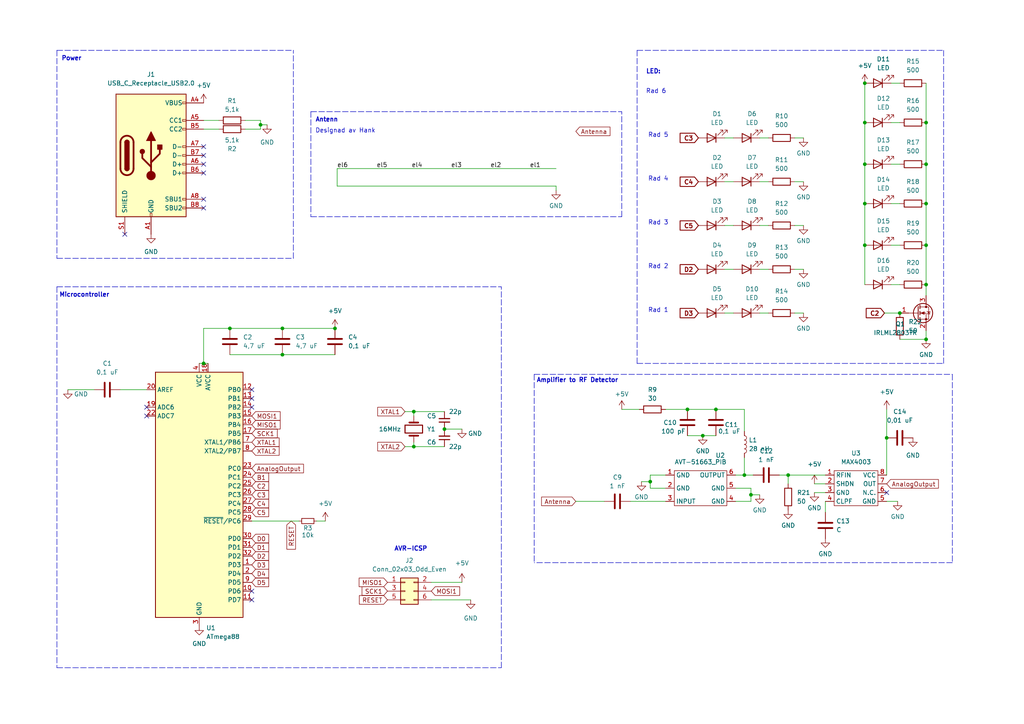
<source format=kicad_sch>
(kicad_sch (version 20211123) (generator eeschema)
  (paper "A4")
  (title_block (title "ETA Julkort 2022") (date "2022-11-18") (company "PIndustries"))
  (lib_symbols
    (symbol "Connector:USB_C_Receptacle_USB2.0" (pin_names (offset 1.016))
      (property "Reference" "J" (at -10.16 19.05 0))
      (property "Value" "USB_C_Receptacle_USB2.0" (at 19.05 19.05 0))
      (symbol "USB_C_Receptacle_USB2.0_0_0"
        (rectangle (start -0.254 -17.78) (end 0.254 -16.764))
        (rectangle (start 10.16 -14.986) (end 9.144 -15.494))
        (rectangle (start 10.16 -12.446) (end 9.144 -12.954))
        (rectangle (start 10.16 -4.826) (end 9.144 -5.334))
        (rectangle (start 10.16 -2.286) (end 9.144 -2.794))
        (rectangle (start 10.16 0.254) (end 9.144 -0.254))
        (rectangle (start 10.16 2.794) (end 9.144 2.286))
        (rectangle (start 10.16 7.874) (end 9.144 7.366))
        (rectangle (start 10.16 10.414) (end 9.144 9.906))
        (rectangle (start 10.16 15.494) (end 9.144 14.986))
      )
      (symbol "USB_C_Receptacle_USB2.0_0_1"
        (rectangle (start -10.16 17.78) (end 10.16 -17.78) (stroke (width 0.254)) (fill (type background)))
        (arc (start -8.89 -3.81) (mid -6.985 -5.715) (end -5.08 -3.81) (stroke (width 0.508)))
        (arc (start -7.62 -3.81) (mid -6.985 -4.445) (end -6.35 -3.81) (stroke (width 0.254)))
        (arc (start -7.62 -3.81) (mid -6.985 -4.445) (end -6.35 -3.81) (stroke (width 0.254)) (fill (type outline)))
        (rectangle (start -7.62 -3.81) (end -6.35 3.81) (stroke (width 0.254)) (fill (type outline)))
        (arc (start -6.35 3.81) (mid -6.985 4.445) (end -7.62 3.81) (stroke (width 0.254)))
        (arc (start -6.35 3.81) (mid -6.985 4.445) (end -7.62 3.81) (stroke (width 0.254)) (fill (type outline)))
        (arc (start -5.08 3.81) (mid -6.985 5.715) (end -8.89 3.81) (stroke (width 0.508)))
        (circle (center -2.54 1.143) (radius 0.635) (stroke (width 0.254)) (fill (type outline)))
        (circle (center 0 -5.842) (radius 1.27) (fill (type outline)))
        (polyline (pts (xy -8.89 -3.81) (xy -8.89 3.81)) (stroke (width 0.508)))
        (polyline (pts (xy -5.08 3.81) (xy -5.08 -3.81)) (stroke (width 0.508)))
        (polyline (pts (xy 0 -5.842) (xy 0 4.318)) (stroke (width 0.508)))
        (polyline (pts (xy 0 -3.302) (xy -2.54 -0.762) (xy -2.54 0.508)) (stroke (width 0.508)))
        (polyline (pts (xy 0 -2.032) (xy 2.54 0.508) (xy 2.54 1.778)) (stroke (width 0.508)))
        (polyline (pts (xy -1.27 4.318) (xy 0 6.858) (xy 1.27 4.318) (xy -1.27 4.318)) (stroke (width 0.254)) (fill (type outline)))
        (rectangle (start 1.905 1.778) (end 3.175 3.048) (stroke (width 0.254)) (fill (type outline)))
      )
      (symbol "USB_C_Receptacle_USB2.0_1_1"
        (pin passive line (at 0 -22.86 90) (length 5.08) (name "GND") (number "A1"))
        (pin passive line (at 0 -22.86 90) (length 5.08) hide (name "GND") (number "A12"))
        (pin passive line (at 15.24 15.24 180) (length 5.08) (name "VBUS") (number "A4"))
        (pin bidirectional line (at 15.24 10.16 180) (length 5.08) (name "CC1") (number "A5"))
        (pin bidirectional line (at 15.24 -2.54 180) (length 5.08) (name "D+") (number "A6"))
        (pin bidirectional line (at 15.24 2.54 180) (length 5.08) (name "D-") (number "A7"))
        (pin bidirectional line (at 15.24 -12.7 180) (length 5.08) (name "SBU1") (number "A8"))
        (pin passive line (at 15.24 15.24 180) (length 5.08) hide (name "VBUS") (number "A9"))
        (pin passive line (at 0 -22.86 90) (length 5.08) hide (name "GND") (number "B1"))
        (pin passive line (at 0 -22.86 90) (length 5.08) hide (name "GND") (number "B12"))
        (pin passive line (at 15.24 15.24 180) (length 5.08) hide (name "VBUS") (number "B4"))
        (pin bidirectional line (at 15.24 7.62 180) (length 5.08) (name "CC2") (number "B5"))
        (pin bidirectional line (at 15.24 -5.08 180) (length 5.08) (name "D+") (number "B6"))
        (pin bidirectional line (at 15.24 0 180) (length 5.08) (name "D-") (number "B7"))
        (pin bidirectional line (at 15.24 -15.24 180) (length 5.08) (name "SBU2") (number "B8"))
        (pin passive line (at 15.24 15.24 180) (length 5.08) hide (name "VBUS") (number "B9"))
        (pin passive line (at -7.62 -22.86 90) (length 5.08) (name "SHIELD") (number "S1"))
      )
    )
    (symbol "Connector_Generic:Conn_02x03_Odd_Even" (pin_names (offset 1.016) hide)
      (property "Reference" "J" (at 1.27 5.08 0))
      (property "Value" "Conn_02x03_Odd_Even" (at 1.27 -5.08 0))
      (symbol "Conn_02x03_Odd_Even_1_1"
        (rectangle (start -1.27 -2.413) (end 0 -2.667) (stroke (width 0.1524)))
        (rectangle (start -1.27 0.127) (end 0 -0.127) (stroke (width 0.1524)))
        (rectangle (start -1.27 2.667) (end 0 2.413) (stroke (width 0.1524)))
        (rectangle (start -1.27 3.81) (end 3.81 -3.81) (stroke (width 0.254)) (fill (type background)))
        (rectangle (start 3.81 -2.413) (end 2.54 -2.667) (stroke (width 0.1524)))
        (rectangle (start 3.81 0.127) (end 2.54 -0.127) (stroke (width 0.1524)))
        (rectangle (start 3.81 2.667) (end 2.54 2.413) (stroke (width 0.1524)))
        (pin passive line (at -5.08 2.54 0) (length 3.81) (name "Pin_1") (number "1"))
        (pin passive line (at 7.62 2.54 180) (length 3.81) (name "Pin_2") (number "2"))
        (pin passive line (at -5.08 0 0) (length 3.81) (name "Pin_3") (number "3"))
        (pin passive line (at 7.62 0 180) (length 3.81) (name "Pin_4") (number "4"))
        (pin passive line (at -5.08 -2.54 0) (length 3.81) (name "Pin_5") (number "5"))
        (pin passive line (at 7.62 -2.54 180) (length 3.81) (name "Pin_6") (number "6"))
      )
    )
    (symbol "Device:C" (pin_numbers hide) (pin_names (offset 0.254))
      (property "Reference" "C" (at 0.635 2.54 0))
      (property "Value" "C" (at 0.635 -2.54 0))
      (symbol "C_0_1"
        (polyline (pts (xy -2.032 -0.762) (xy 2.032 -0.762)) (stroke (width 0.508)))
        (polyline (pts (xy -2.032 0.762) (xy 2.032 0.762)) (stroke (width 0.508)))
      )
      (symbol "C_1_1"
        (pin passive line (at 0 3.81 270) (length 2.794) (name "~") (number "1"))
        (pin passive line (at 0 -3.81 90) (length 2.794) (name "~") (number "2"))
      )
    )
    (symbol "Device:C_Small" (pin_numbers hide) (pin_names (offset 0.254) hide)
      (property "Reference" "C" (at 0.254 1.778 0))
      (property "Value" "C_Small" (at 0.254 -2.032 0))
      (symbol "C_Small_0_1"
        (polyline (pts (xy -1.524 -0.508) (xy 1.524 -0.508)) (stroke (width 0.3302)))
        (polyline (pts (xy -1.524 0.508) (xy 1.524 0.508)) (stroke (width 0.3048)))
      )
      (symbol "C_Small_1_1"
        (pin passive line (at 0 2.54 270) (length 2.032) (name "~") (number "1"))
        (pin passive line (at 0 -2.54 90) (length 2.032) (name "~") (number "2"))
      )
    )
    (symbol "Device:Crystal" (pin_numbers hide) (pin_names (offset 1.016) hide)
      (property "Reference" "Y" (at 0 3.81 0))
      (property "Value" "Crystal" (at 0 -3.81 0))
      (symbol "Crystal_0_1"
        (rectangle (start -1.143 2.54) (end 1.143 -2.54) (stroke (width 0.3048)))
        (polyline (pts (xy -2.54 0) (xy -1.905 0)))
        (polyline (pts (xy -1.905 -1.27) (xy -1.905 1.27)) (stroke (width 0.508)))
        (polyline (pts (xy 1.905 -1.27) (xy 1.905 1.27)) (stroke (width 0.508)))
        (polyline (pts (xy 2.54 0) (xy 1.905 0)))
      )
      (symbol "Crystal_1_1"
        (pin passive line (at -3.81 0 0) (length 1.27) (name "1") (number "1"))
        (pin passive line (at 3.81 0 180) (length 1.27) (name "2") (number "2"))
      )
    )
    (symbol "Device:L" (pin_numbers hide) (pin_names (offset 1.016) hide)
      (property "Reference" "L" (at -1.27 0 90))
      (property "Value" "L" (at 1.905 0 90))
      (symbol "L_0_1"
        (arc (start 0 -2.54) (mid 0.635 -1.905) (end 0 -1.27))
        (arc (start 0 -1.27) (mid 0.635 -0.635) (end 0 0))
        (arc (start 0 0) (mid 0.635 0.635) (end 0 1.27))
        (arc (start 0 1.27) (mid 0.635 1.905) (end 0 2.54))
      )
      (symbol "L_1_1"
        (pin passive line (at 0 3.81 270) (length 1.27) (name "1") (number "1"))
        (pin passive line (at 0 -3.81 90) (length 1.27) (name "2") (number "2"))
      )
    )
    (symbol "Device:LED" (pin_numbers hide) (pin_names (offset 1.016) hide)
      (property "Reference" "D" (at 0 2.54 0))
      (property "Value" "LED" (at 0 -2.54 0))
      (symbol "LED_0_1"
        (polyline (pts (xy -1.27 -1.27) (xy -1.27 1.27)) (stroke (width 0.254)))
        (polyline (pts (xy -1.27 0) (xy 1.27 0)))
        (polyline (pts (xy 1.27 -1.27) (xy 1.27 1.27) (xy -1.27 0) (xy 1.27 -1.27)) (stroke (width 0.254)))
        (polyline (pts (xy -3.048 -0.762) (xy -4.572 -2.286) (xy -3.81 -2.286) (xy -4.572 -2.286) (xy -4.572 -1.524)))
        (polyline (pts (xy -1.778 -0.762) (xy -3.302 -2.286) (xy -2.54 -2.286) (xy -3.302 -2.286) (xy -3.302 -1.524)))
      )
      (symbol "LED_1_1"
        (pin passive line (at -3.81 0 0) (length 2.54) (name "K") (number "1"))
        (pin passive line (at 3.81 0 180) (length 2.54) (name "A") (number "2"))
      )
    )
    (symbol "Device:R" (pin_numbers hide) (pin_names (offset 0))
      (property "Reference" "R" (at 2.032 0 90))
      (property "Value" "R" (at 0 0 90))
      (symbol "R_0_1"
        (rectangle (start -1.016 -2.54) (end 1.016 2.54) (stroke (width 0.254)))
      )
      (symbol "R_1_1"
        (pin passive line (at 0 3.81 270) (length 1.27) (name "~") (number "1"))
        (pin passive line (at 0 -3.81 90) (length 1.27) (name "~") (number "2"))
      )
    )
    (symbol "Device:R_Small" (pin_numbers hide) (pin_names (offset 0.254) hide)
      (property "Reference" "R" (at 0.762 0.508 0))
      (property "Value" "R_Small" (at 0.762 -1.016 0))
      (symbol "R_Small_0_1"
        (rectangle (start -0.762 1.778) (end 0.762 -1.778) (stroke (width 0.2032)))
      )
      (symbol "R_Small_1_1"
        (pin passive line (at 0 2.54 270) (length 0.762) (name "~") (number "1"))
        (pin passive line (at 0 -2.54 90) (length 0.762) (name "~") (number "2"))
      )
    )
    (symbol "MCU_Microchip_ATmega:ATmega88-20A"
      (property "Reference" "U" (at -12.7 36.83 0))
      (property "Value" "ATmega88-20A" (at 2.54 -36.83 0))
      (symbol "ATmega88-20A_0_1"
        (rectangle (start -12.7 -35.56) (end 12.7 35.56) (stroke (width 0.254)) (fill (type background)))
      )
      (symbol "ATmega88-20A_1_1"
        (pin bidirectional line (at 15.24 -20.32 180) (length 2.54) (name "PD3") (number "1"))
        (pin bidirectional line (at 15.24 -27.94 180) (length 2.54) (name "PD6") (number "10"))
        (pin bidirectional line (at 15.24 -30.48 180) (length 2.54) (name "PD7") (number "11"))
        (pin bidirectional line (at 15.24 30.48 180) (length 2.54) (name "PB0") (number "12"))
        (pin bidirectional line (at 15.24 27.94 180) (length 2.54) (name "PB1") (number "13"))
        (pin bidirectional line (at 15.24 25.4 180) (length 2.54) (name "PB2") (number "14"))
        (pin bidirectional line (at 15.24 22.86 180) (length 2.54) (name "PB3") (number "15"))
        (pin bidirectional line (at 15.24 20.32 180) (length 2.54) (name "PB4") (number "16"))
        (pin bidirectional line (at 15.24 17.78 180) (length 2.54) (name "PB5") (number "17"))
        (pin power_in line (at 2.54 38.1 270) (length 2.54) (name "AVCC") (number "18"))
        (pin input line (at -15.24 25.4 0) (length 2.54) (name "ADC6") (number "19"))
        (pin bidirectional line (at 15.24 -22.86 180) (length 2.54) (name "PD4") (number "2"))
        (pin passive line (at -15.24 30.48 0) (length 2.54) (name "AREF") (number "20"))
        (pin passive line (at 0 -38.1 90) (length 2.54) hide (name "GND") (number "21"))
        (pin input line (at -15.24 22.86 0) (length 2.54) (name "ADC7") (number "22"))
        (pin bidirectional line (at 15.24 7.62 180) (length 2.54) (name "PC0") (number "23"))
        (pin bidirectional line (at 15.24 5.08 180) (length 2.54) (name "PC1") (number "24"))
        (pin bidirectional line (at 15.24 2.54 180) (length 2.54) (name "PC2") (number "25"))
        (pin bidirectional line (at 15.24 0 180) (length 2.54) (name "PC3") (number "26"))
        (pin bidirectional line (at 15.24 -2.54 180) (length 2.54) (name "PC4") (number "27"))
        (pin bidirectional line (at 15.24 -5.08 180) (length 2.54) (name "PC5") (number "28"))
        (pin bidirectional line (at 15.24 -7.62 180) (length 2.54) (name "~{RESET}/PC6") (number "29"))
        (pin power_in line (at 0 -38.1 90) (length 2.54) (name "GND") (number "3"))
        (pin bidirectional line (at 15.24 -12.7 180) (length 2.54) (name "PD0") (number "30"))
        (pin bidirectional line (at 15.24 -15.24 180) (length 2.54) (name "PD1") (number "31"))
        (pin bidirectional line (at 15.24 -17.78 180) (length 2.54) (name "PD2") (number "32"))
        (pin power_in line (at 0 38.1 270) (length 2.54) (name "VCC") (number "4"))
        (pin passive line (at 0 -38.1 90) (length 2.54) hide (name "GND") (number "5"))
        (pin passive line (at 0 38.1 270) (length 2.54) hide (name "VCC") (number "6"))
        (pin bidirectional line (at 15.24 15.24 180) (length 2.54) (name "XTAL1/PB6") (number "7"))
        (pin bidirectional line (at 15.24 12.7 180) (length 2.54) (name "XTAL2/PB7") (number "8"))
        (pin bidirectional line (at 15.24 -25.4 180) (length 2.54) (name "PD5") (number "9"))
      )
    )
    (symbol "PI_Library:AVT-51663_PIB"
      (property "Reference" "U" (at 0 0 0))
      (property "Value" "AVT-51663_PIB" (at 0 2.54 0))
      (symbol "AVT-51663_PIB_0_1"
        (rectangle (start -7.62 15.24) (end 7.62 5.08))
      )
      (symbol "AVT-51663_PIB_1_1"
        (pin input line (at -10.16 13.97 0) (length 2.54) (name "GND") (number "1"))
        (pin input line (at -10.16 10.16 0) (length 2.54) (name "GND") (number "2"))
        (pin input line (at -10.16 6.35 0) (length 2.54) (name "INPUT") (number "3"))
        (pin input line (at 10.16 6.35 180) (length 2.54) (name "GND") (number "4"))
        (pin input line (at 10.16 10.16 180) (length 2.54) (name "GND") (number "5"))
        (pin input line (at 10.16 13.97 180) (length 2.54) (name "OUTPUT") (number "6"))
      )
    )
    (symbol "PI_Library:MAX4003"
      (property "Reference" "U" (at 0 0 0))
      (property "Value" "MAX4003" (at 0 2.54 0))
      (symbol "MAX4003_0_1"
        (rectangle (start -6.35 15.24) (end 6.35 5.08))
      )
      (symbol "MAX4003_1_1"
        (pin input line (at -8.89 13.97 0) (length 2.54) (name "RFIN") (number "1"))
        (pin input line (at -8.89 11.43 0) (length 2.54) (name "SHDN") (number "2"))
        (pin input line (at -8.89 8.89 0) (length 2.54) (name "GND") (number "3"))
        (pin input line (at -8.89 6.35 0) (length 2.54) (name "CLPF") (number "4"))
        (pin input line (at 8.89 6.35 180) (length 2.54) (name "GND") (number "5"))
        (pin input line (at 8.89 8.89 180) (length 2.54) (name "N.C.") (number "6"))
        (pin output line (at 8.89 11.43 180) (length 2.54) (name "OUT") (number "7"))
        (pin power_in line (at 8.89 13.97 180) (length 2.54) (name "VCC") (number "8"))
      )
    )
    (symbol "Transistor_FET:IRLML2060" (pin_names hide)
      (property "Reference" "Q" (at 5.08 1.905 0))
      (property "Value" "IRLML2060" (at 5.08 0 0))
      (symbol "IRLML2060_0_1"
        (polyline (pts (xy 0.254 0) (xy -2.54 0)))
        (polyline (pts (xy 0.254 1.905) (xy 0.254 -1.905)) (stroke (width 0.254)))
        (polyline (pts (xy 0.762 -1.27) (xy 0.762 -2.286)) (stroke (width 0.254)))
        (polyline (pts (xy 0.762 0.508) (xy 0.762 -0.508)) (stroke (width 0.254)))
        (polyline (pts (xy 0.762 2.286) (xy 0.762 1.27)) (stroke (width 0.254)))
        (polyline (pts (xy 2.54 2.54) (xy 2.54 1.778)))
        (polyline (pts (xy 2.54 -2.54) (xy 2.54 0) (xy 0.762 0)))
        (polyline (pts (xy 0.762 -1.778) (xy 3.302 -1.778) (xy 3.302 1.778) (xy 0.762 1.778)))
        (polyline (pts (xy 1.016 0) (xy 2.032 0.381) (xy 2.032 -0.381) (xy 1.016 0)) (fill (type outline)))
        (polyline (pts (xy 2.794 0.508) (xy 2.921 0.381) (xy 3.683 0.381) (xy 3.81 0.254)))
        (polyline (pts (xy 3.302 0.381) (xy 2.921 -0.254) (xy 3.683 -0.254) (xy 3.302 0.381)))
        (circle (center 1.651 0) (radius 2.794) (stroke (width 0.254)))
        (circle (center 2.54 -1.778) (radius 0.254) (fill (type outline)))
        (circle (center 2.54 1.778) (radius 0.254) (fill (type outline)))
      )
      (symbol "IRLML2060_1_1"
        (pin input line (at -5.08 0 0) (length 2.54) (name "G") (number "1"))
        (pin passive line (at 2.54 -5.08 90) (length 2.54) (name "S") (number "2"))
        (pin passive line (at 2.54 5.08 270) (length 2.54) (name "D") (number "3"))
      )
    )
    (symbol "power:+5V" (power) (pin_names (offset 0))
      (property "Value" "+5V" (at 0 3.556 0))
      (symbol "+5V_0_1"
        (polyline (pts (xy -0.762 1.27) (xy 0 2.54)))
        (polyline (pts (xy 0 0) (xy 0 2.54)))
        (polyline (pts (xy 0 2.54) (xy 0.762 1.27)))
      )
      (symbol "+5V_1_1"
        (pin power_in line (at 0 0 90) (length 0) hide (name "+5V") (number "1"))
      )
    )
    (symbol "power:GND" (power) (pin_names (offset 0))
      (property "Value" "GND" (at 0 -3.81 0))
      (symbol "GND_0_1"
        (polyline (pts (xy 0 0) (xy 0 -1.27) (xy 1.27 -1.27) (xy 0 -2.54) (xy -1.27 -1.27) (xy 0 -1.27)))
      )
      (symbol "GND_1_1"
        (pin power_in line (at 0 0 270) (length 0) hide (name "GND") (number "1"))
      )
    )
  )
  (junction (at 188.595 139.7))
  (junction (at 203.835 126.365))
  (junction (at 66.675 95.25))
  (junction (at 217.805 143.51))
  (junction (at 215.9 137.795))
  (junction (at 268.605 47.625))
  (junction (at 75.565 36.195))
  (junction (at 81.915 102.87))
  (junction (at 228.6 137.795))
  (junction (at 128.905 124.46))
  (junction (at 97.155 95.25))
  (junction (at 268.605 35.56))
  (junction (at 268.605 59.055))
  (junction (at 120.015 129.54))
  (junction (at 59.055 105.41))
  (junction (at 207.645 118.745))
  (junction (at 268.605 71.12))
  (junction (at 81.915 95.25))
  (junction (at 250.825 24.13))
  (junction (at 257.175 127))
  (junction (at 199.39 118.745))
  (junction (at 260.985 90.805))
  (junction (at 250.825 71.12))
  (junction (at 268.605 98.425))
  (junction (at 268.605 82.55))
  (junction (at 250.825 47.625))
  (junction (at 250.825 35.56))
  (junction (at 250.825 59.055))
  (junction (at 120.015 119.38))
  (no_connect (at 42.545 118.11))
  (no_connect (at 42.545 120.65))
  (no_connect (at 257.175 142.875))
  (no_connect (at 73.025 118.11))
  (no_connect (at 73.025 115.57))
  (no_connect (at 73.025 173.99))
  (no_connect (at 73.025 171.45))
  (no_connect (at 73.025 113.03))
  (no_connect (at 36.195 67.945))
  (no_connect (at 59.055 50.165))
  (no_connect (at 59.055 60.325))
  (no_connect (at 59.055 45.085))
  (no_connect (at 59.055 57.785))
  (no_connect (at 59.055 47.625))
  (no_connect (at 59.055 42.545))
  (wire (pts (xy 199.39 118.745) (xy 193.04 118.745)))
  (wire (pts (xy 120.015 119.38) (xy 128.905 119.38)))
  (wire (pts (xy 120.015 129.54) (xy 128.905 129.54)))
  (wire (pts (xy 75.565 36.195) (xy 75.565 37.465)))
  (wire (pts (xy 226.06 137.795) (xy 228.6 137.795)))
  (wire (pts (xy 186.055 139.7) (xy 188.595 139.7)))
  (polyline (pts (xy 184.785 14.605) (xy 184.785 105.41)))
  (wire (pts (xy 230.505 78.105) (xy 233.045 78.105)))
  (wire (pts (xy 59.055 95.25) (xy 66.675 95.25)))
  (polyline (pts (xy 154.94 108.585) (xy 154.94 163.195)))
  (wire (pts (xy 230.505 40.005) (xy 233.045 40.005)))
  (wire (pts (xy 97.79 48.895) (xy 161.29 48.895)))
  (wire (pts (xy 213.36 145.415) (xy 217.805 145.415)))
  (wire (pts (xy 180.34 118.745) (xy 185.42 118.745)))
  (wire (pts (xy 239.395 145.415) (xy 239.395 148.59)))
  (wire (pts (xy 258.445 47.625) (xy 260.985 47.625)))
  (wire (pts (xy 71.12 34.925) (xy 75.565 34.925)))
  (wire (pts (xy 66.675 102.87) (xy 81.915 102.87)))
  (polyline (pts (xy 184.785 105.41) (xy 273.685 105.41)))
  (wire (pts (xy 236.22 140.335) (xy 239.395 140.335)))
  (wire (pts (xy 257.175 127) (xy 257.175 137.795)))
  (wire (pts (xy 182.88 145.415) (xy 193.04 145.415)))
  (wire (pts (xy 250.825 35.56) (xy 250.825 47.625)))
  (wire (pts (xy 213.36 137.795) (xy 215.9 137.795)))
  (polyline (pts (xy 16.51 74.93) (xy 85.09 74.93)))
  (wire (pts (xy 258.445 35.56) (xy 260.985 35.56)))
  (wire (pts (xy 66.675 95.25) (xy 81.915 95.25)))
  (wire (pts (xy 81.915 102.87) (xy 97.155 102.87)))
  (wire (pts (xy 215.9 137.795) (xy 218.44 137.795)))
  (wire (pts (xy 73.025 151.13) (xy 86.741 151.13)))
  (wire (pts (xy 257.175 145.415) (xy 260.35 145.415)))
  (wire (pts (xy 258.445 82.55) (xy 260.985 82.55)))
  (wire (pts (xy 59.055 105.41) (xy 60.325 105.41)))
  (wire (pts (xy 217.805 143.51) (xy 217.805 145.415)))
  (wire (pts (xy 59.055 105.41) (xy 59.055 95.25)))
  (wire (pts (xy 258.445 24.13) (xy 260.985 24.13)))
  (wire (pts (xy 210.185 78.105) (xy 212.725 78.105)))
  (wire (pts (xy 228.6 137.795) (xy 239.395 137.795)))
  (wire (pts (xy 167.005 145.415) (xy 175.26 145.415)))
  (wire (pts (xy 213.36 141.605) (xy 217.805 141.605)))
  (wire (pts (xy 268.605 71.12) (xy 268.605 82.55)))
  (wire (pts (xy 97.79 53.975) (xy 97.79 48.895)))
  (wire (pts (xy 117.475 129.54) (xy 120.015 129.54)))
  (wire (pts (xy 230.505 90.805) (xy 233.045 90.805)))
  (wire (pts (xy 217.805 143.51) (xy 220.345 143.51)))
  (wire (pts (xy 220.345 52.705) (xy 222.885 52.705)))
  (wire (pts (xy 125.095 168.91) (xy 133.985 168.91)))
  (wire (pts (xy 230.505 52.705) (xy 233.045 52.705)))
  (wire (pts (xy 188.595 141.605) (xy 193.04 141.605)))
  (wire (pts (xy 91.821 151.13) (xy 94.361 151.13)))
  (wire (pts (xy 19.685 113.03) (xy 27.305 113.03)))
  (polyline (pts (xy 276.225 163.195) (xy 154.94 163.195)))
  (wire (pts (xy 71.12 37.465) (xy 75.565 37.465)))
  (wire (pts (xy 210.185 65.405) (xy 212.725 65.405)))
  (wire (pts (xy 217.805 141.605) (xy 217.805 143.51)))
  (wire (pts (xy 260.985 98.425) (xy 268.605 98.425)))
  (wire (pts (xy 59.055 34.925) (xy 63.5 34.925)))
  (polyline (pts (xy 90.17 32.385) (xy 90.17 62.865)))
  (polyline (pts (xy 16.51 14.605) (xy 85.09 14.605)))
  (wire (pts (xy 220.345 40.005) (xy 222.885 40.005)))
  (wire (pts (xy 210.185 40.005) (xy 212.725 40.005)))
  (wire (pts (xy 120.015 128.27) (xy 120.015 129.54)))
  (wire (pts (xy 34.925 113.03) (xy 42.545 113.03)))
  (wire (pts (xy 268.605 47.625) (xy 268.605 59.055)))
  (wire (pts (xy 188.595 137.795) (xy 188.595 139.7)))
  (wire (pts (xy 220.345 65.405) (xy 222.885 65.405)))
  (wire (pts (xy 188.595 137.795) (xy 193.04 137.795)))
  (polyline (pts (xy 90.17 32.385) (xy 180.34 32.385)))
  (polyline (pts (xy 90.17 62.865) (xy 180.34 62.865)))
  (wire (pts (xy 268.605 35.56) (xy 268.605 47.625)))
  (polyline (pts (xy 16.51 14.605) (xy 16.51 74.93)))
  (wire (pts (xy 230.505 65.405) (xy 233.045 65.405)))
  (wire (pts (xy 220.345 78.105) (xy 222.885 78.105)))
  (wire (pts (xy 268.605 24.13) (xy 268.605 35.56)))
  (wire (pts (xy 210.185 90.805) (xy 212.725 90.805)))
  (polyline (pts (xy 180.34 62.865) (xy 180.34 32.385)))
  (wire (pts (xy 125.095 173.99) (xy 136.525 173.99)))
  (wire (pts (xy 215.9 118.745) (xy 215.9 125.095)))
  (wire (pts (xy 250.825 24.13) (xy 250.825 35.56)))
  (wire (pts (xy 258.445 59.055) (xy 260.985 59.055)))
  (wire (pts (xy 268.605 59.055) (xy 268.605 71.12)))
  (polyline (pts (xy 273.685 14.605) (xy 273.685 105.41)))
  (polyline (pts (xy 16.51 83.185) (xy 16.51 193.675)))
  (wire (pts (xy 268.605 95.885) (xy 268.605 98.425)))
  (wire (pts (xy 81.915 95.25) (xy 97.155 95.25)))
  (wire (pts (xy 199.39 126.365) (xy 203.835 126.365)))
  (wire (pts (xy 57.785 105.41) (xy 59.055 105.41)))
  (polyline (pts (xy 145.415 193.675) (xy 145.415 83.185)))
  (polyline (pts (xy 276.225 108.585) (xy 276.225 163.195)))
  (polyline (pts (xy 16.51 193.675) (xy 145.415 193.675)))
  (wire (pts (xy 188.595 139.7) (xy 188.595 141.605)))
  (wire (pts (xy 220.345 90.805) (xy 222.885 90.805)))
  (wire (pts (xy 120.015 120.65) (xy 120.015 119.38)))
  (wire (pts (xy 210.185 52.705) (xy 212.725 52.705)))
  (wire (pts (xy 75.565 34.925) (xy 75.565 36.195)))
  (wire (pts (xy 203.835 126.365) (xy 207.645 126.365)))
  (polyline (pts (xy 154.94 108.585) (xy 276.225 108.585)))
  (polyline (pts (xy 184.785 14.605) (xy 273.685 14.605)))
  (wire (pts (xy 250.825 71.12) (xy 250.825 82.55)))
  (wire (pts (xy 59.055 37.465) (xy 63.5 37.465)))
  (wire (pts (xy 215.9 132.715) (xy 215.9 137.795)))
  (wire (pts (xy 250.825 47.625) (xy 250.825 59.055)))
  (wire (pts (xy 236.22 142.875) (xy 239.395 142.875)))
  (wire (pts (xy 75.565 36.195) (xy 77.47 36.195)))
  (wire (pts (xy 97.79 53.975) (xy 161.29 53.975)))
  (wire (pts (xy 258.445 71.12) (xy 260.985 71.12)))
  (wire (pts (xy 215.9 118.745) (xy 207.645 118.745)))
  (wire (pts (xy 161.29 53.975) (xy 161.29 55.245)))
  (wire (pts (xy 256.54 90.805) (xy 260.985 90.805)))
  (wire (pts (xy 128.905 124.46) (xy 133.985 124.46)))
  (wire (pts (xy 207.645 118.745) (xy 199.39 118.745)))
  (wire (pts (xy 268.605 82.55) (xy 268.605 85.725)))
  (polyline (pts (xy 85.09 74.93) (xy 85.09 14.605)))
  (wire (pts (xy 250.825 59.055) (xy 250.825 71.12)))
  (wire (pts (xy 257.175 118.745) (xy 257.175 127)))
  (polyline (pts (xy 16.51 83.185) (xy 145.415 83.185)))
  (wire (pts (xy 228.6 137.795) (xy 228.6 140.335)))
  (wire (pts (xy 117.475 119.38) (xy 120.015 119.38)))
  (text "Microcontroller" (at 17.145 86.36 0) (effects (font (size 1.27 1.27) bold) (justify left bottom)))
  (text "Rad 5" (at 187.96 40.005 0) (effects (font (size 1.27 1.27)) (justify left bottom)))
  (text "Rad 6" (at 187.325 27.305 0) (effects (font (size 1.27 1.27)) (justify left bottom)))
  (text "Designad av Hank" (at 91.44 38.735 0) (effects (font (size 1.27 1.27)) (justify left bottom)))
  (text "Amplifier to RF Detector" (at 155.575 111.125 0) (effects (font (size 1.27 1.27) (thickness 0.254) bold) (justify left bottom)))
  (text "LED:" (at 187.325 21.59 0) (effects (font (size 1.27 1.27) (thickness 0.254) bold) (justify left bottom)))
  (text "Rad 2" (at 187.96 78.105 0) (effects (font (size 1.27 1.27)) (justify left bottom)))
  (text "Antenn" (at 91.44 35.56 0) (effects (font (size 1.27 1.27) bold) (justify left bottom)))
  (text "Rad 4" (at 187.96 52.705 0) (effects (font (size 1.27 1.27)) (justify left bottom)))
  (text "Rad 1\n" (at 187.96 90.805 0) (effects (font (size 1.27 1.27)) (justify left bottom)))
  (text "Rad 3" (at 187.96 65.405 0) (effects (font (size 1.27 1.27)) (justify left bottom)))
  (text "AVR-ICSP" (at 114.3 160.02 0) (effects (font (size 1.27 1.27) bold) (justify left bottom)))
  (text "Power" (at 17.78 17.78 0) (effects (font (size 1.27 1.27) (thickness 0.254) bold) (justify left bottom)))
  (label "el1" (at 153.67 48.895 0))
  (label "el4" (at 119.38 48.895 0))
  (label "el6" (at 97.79 48.895 0))
  (label "el3" (at 130.81 48.895 0))
  (label "el5" (at 109.22 48.895 0))
  (label "el2" (at 142.24 48.895 0))
  (global_label "AnalogOutput" (shape input) (at 257.175 140.335 0) (property "Intersheet References" "${INTERSHEET_REFS}" (effects hide)))
  (global_label "XTAL2" (shape input) (at 117.475 129.54 180) (property "Intersheet References" "${INTERSHEET_REFS}" (effects hide)))
  (global_label "B1" (shape input) (at 73.025 138.43 0) (property "Intersheet References" "${INTERSHEET_REFS}" (effects hide)))
  (global_label "C4" (shape input) (at 73.025 146.05 0) (property "Intersheet References" "${INTERSHEET_REFS}" (effects hide)))
  (global_label "D4" (shape input) (at 73.025 166.37 0) (property "Intersheet References" "${INTERSHEET_REFS}" (effects hide)))
  (global_label "D1" (shape input) (at 73.025 158.75 0) (property "Intersheet References" "${INTERSHEET_REFS}" (effects hide)))
  (global_label "C5" (shape input) (at 202.565 65.405 180) (effects (font bold)) (property "Intersheet References" "${INTERSHEET_REFS}" (effects hide)))
  (global_label "C3" (shape input) (at 73.025 143.51 0) (property "Intersheet References" "${INTERSHEET_REFS}" (effects hide)))
  (global_label "D3" (shape input) (at 73.025 163.83 0) (property "Intersheet References" "${INTERSHEET_REFS}" (effects hide)))
  (global_label "D3" (shape input) (at 202.565 90.805 180) (effects (font bold)) (property "Intersheet References" "${INTERSHEET_REFS}" (effects hide)))
  (global_label "SCK1" (shape input) (at 112.395 171.45 180) (property "Intersheet References" "${INTERSHEET_REFS}" (effects hide)))
  (global_label "C4" (shape input) (at 202.565 52.705 180) (effects (font bold)) (property "Intersheet References" "${INTERSHEET_REFS}" (effects hide)))
  (global_label "XTAL2" (shape input) (at 73.025 130.81 0) (property "Intersheet References" "${INTERSHEET_REFS}" (effects hide)))
  (global_label "Antenna" (shape input) (at 167.005 145.415 180) (property "Intersheet References" "${INTERSHEET_REFS}" (effects hide)))
  (global_label "D2" (shape input) (at 73.025 161.29 0) (property "Intersheet References" "${INTERSHEET_REFS}" (effects hide)))
  (global_label "D2" (shape input) (at 202.565 78.105 180) (effects (font bold)) (property "Intersheet References" "${INTERSHEET_REFS}" (effects hide)))
  (global_label "RESET" (shape input) (at 112.395 173.99 180) (property "Intersheet References" "${INTERSHEET_REFS}" (effects hide)))
  (global_label "SCK1" (shape input) (at 73.025 125.73 0) (property "Intersheet References" "${INTERSHEET_REFS}" (effects hide)))
  (global_label "C2" (shape input) (at 73.025 140.97 0) (property "Intersheet References" "${INTERSHEET_REFS}" (effects hide)))
  (global_label "MISO1" (shape input) (at 73.025 123.19 0) (property "Intersheet References" "${INTERSHEET_REFS}" (effects hide)))
  (global_label "XTAL1" (shape input) (at 117.475 119.38 180) (property "Intersheet References" "${INTERSHEET_REFS}" (effects hide)))
  (global_label "Antenna" (shape input) (at 167.005 38.1 0) (property "Intersheet References" "${INTERSHEET_REFS}" (effects hide)))
  (global_label "C3" (shape input) (at 202.565 40.005 180) (effects (font bold)) (property "Intersheet References" "${INTERSHEET_REFS}" (effects hide)))
  (global_label "MOSI1" (shape input) (at 125.095 171.45 0) (property "Intersheet References" "${INTERSHEET_REFS}" (effects hide)))
  (global_label "D0" (shape input) (at 73.025 156.21 0) (property "Intersheet References" "${INTERSHEET_REFS}" (effects hide)))
  (global_label "C2" (shape input) (at 256.54 90.805 180) (effects (font bold)) (property "Intersheet References" "${INTERSHEET_REFS}" (effects hide)))
  (global_label "XTAL1" (shape input) (at 73.025 128.27 0) (property "Intersheet References" "${INTERSHEET_REFS}" (effects hide)))
  (global_label "AnalogOutput" (shape input) (at 73.025 135.89 0) (property "Intersheet References" "${INTERSHEET_REFS}" (effects hide)))
  (global_label "RESET" (shape input) (at 84.455 151.13 270) (property "Intersheet References" "${INTERSHEET_REFS}" (effects hide)))
  (global_label "D5" (shape input) (at 73.025 168.91 0) (property "Intersheet References" "${INTERSHEET_REFS}" (effects hide)))
  (global_label "MOSI1" (shape input) (at 73.025 120.65 0) (property "Intersheet References" "${INTERSHEET_REFS}" (effects hide)))
  (global_label "C5" (shape input) (at 73.025 148.59 0) (property "Intersheet References" "${INTERSHEET_REFS}" (effects hide)))
  (global_label "MISO1" (shape input) (at 112.395 168.91 180) (property "Intersheet References" "${INTERSHEET_REFS}" (effects hide)))
  (symbol (lib_id "PI_Library:MAX4003") (at 248.285 151.765 0) (unit 1)
    (property "Reference" "U3" (at 248.285 131.445 0))
    (property "Value" "MAX4003" (at 248.285 133.985 0))
    (property "Footprint" "Package_SO:MSOP-8_3x3mm_P0.65mm" (effects hide))
  )
  (symbol (lib_id "Device:C_Small") (at 128.905 121.92 180) (unit 1)
    (property "Reference" "C5" (at 123.825 120.65 0) (effects (justify right)))
    (property "Value" "22p" (at 130.175 119.38 0) (effects (justify right)))
    (property "Footprint" "Capacitor_SMD:C_0603_1608Metric" (effects hide))
  )
  (symbol (lib_id "Device:R") (at 264.795 71.12 90) (unit 1)
    (property "Reference" "R19" (at 264.795 64.77 90))
    (property "Value" "500" (at 264.795 67.31 90))
    (property "Footprint" "Resistor_SMD:R_0603_1608Metric" (effects hide))
  )
  (symbol (lib_id "Device:R") (at 264.795 59.055 90) (unit 1)
    (property "Reference" "R18" (at 264.795 52.705 90))
    (property "Value" "500" (at 264.795 55.245 90))
    (property "Footprint" "Resistor_SMD:R_0603_1608Metric" (effects hide))
  )
  (symbol (lib_id "Device:LED") (at 216.535 52.705 180) (unit 1)
    (property "Reference" "D7" (at 218.1225 45.72 0))
    (property "Value" "LED" (at 218.1225 48.26 0))
    (property "Footprint" "LED_SMD:LED_0805_2012Metric" (effects hide))
  )
  (symbol (lib_id "Device:R") (at 226.695 40.005 90) (unit 1)
    (property "Reference" "R10" (at 226.695 33.655 90))
    (property "Value" "500" (at 226.695 36.195 90))
    (property "Footprint" "Resistor_SMD:R_0603_1608Metric" (effects hide))
  )
  (symbol (lib_id "power:GND") (at 161.29 55.245 0) (unit 1)
    (property "Reference" "#PWR0121" (effects hide))
    (property "Value" "GND" (at 161.29 59.6884 0))
  )
  (symbol (lib_id "Device:C") (at 66.675 99.06 0) (unit 1)
    (property "Reference" "C2" (at 70.485 97.7899 0) (effects (justify left)))
    (property "Value" "4,7 uF" (at 70.485 100.3299 0) (effects (justify left)))
    (property "Footprint" "Capacitor_SMD:C_0805_2012Metric" (effects hide))
  )
  (symbol (lib_id "Device:LED") (at 216.535 40.005 180) (unit 1)
    (property "Reference" "D6" (at 218.1225 33.02 0))
    (property "Value" "LED" (at 218.1225 35.56 0))
    (property "Footprint" "LED_SMD:LED_0805_2012Metric" (effects hide))
  )
  (symbol (lib_id "Device:C_Small") (at 128.905 127 180) (unit 1)
    (property "Reference" "C6" (at 123.825 128.27 0) (effects (justify right)))
    (property "Value" "22p" (at 130.175 129.54 0) (effects (justify right)))
    (property "Footprint" "Capacitor_SMD:C_0603_1608Metric" (effects hide))
  )
  (symbol (lib_id "power:GND") (at 268.605 98.425 0) (unit 1)
    (property "Reference" "#PWR0125" (effects hide))
    (property "Value" "GND" (at 268.605 102.87 0))
  )
  (symbol (lib_id "power:GND") (at 43.815 67.945 0) (unit 1)
    (property "Reference" "#PWR0111" (effects hide))
    (property "Value" "GND" (at 43.815 73.025 0))
  )
  (symbol (lib_id "power:GND") (at 239.395 156.21 0) (unit 1)
    (property "Reference" "#PWR0117" (effects hide))
    (property "Value" "GND" (at 239.395 160.655 0))
  )
  (symbol (lib_id "power:GND") (at 186.055 139.7 0) (unit 1)
    (property "Reference" "#PWR0118" (effects hide))
    (property "Value" "GND" (at 186.055 144.145 0))
  )
  (symbol (lib_id "Device:R") (at 264.795 35.56 90) (unit 1)
    (property "Reference" "R16" (at 264.795 29.21 90))
    (property "Value" "500" (at 264.795 31.75 90))
    (property "Footprint" "Resistor_SMD:R_0603_1608Metric" (effects hide))
  )
  (symbol (lib_id "power:+5V") (at 133.985 168.91 0) (mirror y) (unit 1)
    (property "Reference" "#PWR0107" (effects hide))
    (property "Value" "+5V" (at 133.985 163.322 0))
  )
  (symbol (lib_id "PI_Library:AVT-51663_PIB") (at 203.2 151.765 0) (unit 1)
    (property "Reference" "U2" (at 208.915 132.08 0))
    (property "Value" "AVT-51663_PIB" (at 203.2 133.985 0))
    (property "Footprint" "Package_TO_SOT_SMD:SOT-363_SC-70-6" (effects hide))
  )
  (symbol (lib_id "power:GND") (at 236.22 142.875 0) (unit 1)
    (property "Reference" "#PWR0120" (effects hide))
    (property "Value" "GND" (at 236.22 147.32 0))
  )
  (symbol (lib_id "Connector:USB_C_Receptacle_USB2.0") (at 43.815 45.085 0) (unit 1)
    (property "Reference" "J1" (at 43.815 21.59 0))
    (property "Value" "USB_C_Receptacle_USB2.0" (at 43.815 24.13 0))
    (property "Footprint" "Connector_USB:USB_C_Receptacle_JAE_DX07S016JA1R1500" (effects hide))
    (property "Datasheet" "https://www.usb.org/sites/default/files/documents/usb_type-c.zip" (effects hide))
  )
  (symbol (lib_id "Device:R") (at 226.695 90.805 90) (unit 1)
    (property "Reference" "R14" (at 226.695 84.455 90))
    (property "Value" "500" (at 226.695 86.995 90))
    (property "Footprint" "Resistor_SMD:R_0603_1608Metric" (effects hide))
  )
  (symbol (lib_id "Device:L") (at 215.9 128.905 0) (unit 1)
    (property "Reference" "L1" (at 217.17 127.6349 0) (effects (justify left)))
    (property "Value" "28 nH" (at 217.17 130.1749 0) (effects (justify left)))
    (property "Footprint" "Inductor_SMD:L_0603_1608Metric_Pad1.05x0.95mm_HandSolder" (effects hide))
  )
  (symbol (lib_id "Device:R") (at 189.23 118.745 90) (unit 1)
    (property "Reference" "R9" (at 189.23 113.03 90))
    (property "Value" "30" (at 189.23 115.57 90))
    (property "Footprint" "Resistor_SMD:R_0603_1608Metric" (effects hide))
  )
  (symbol (lib_id "Device:R") (at 264.795 47.625 90) (unit 1)
    (property "Reference" "R17" (at 264.795 41.275 90))
    (property "Value" "500" (at 264.795 43.815 90))
    (property "Footprint" "Resistor_SMD:R_0603_1608Metric" (effects hide))
  )
  (symbol (lib_id "power:+5V") (at 250.825 24.13 0) (unit 1)
    (property "Reference" "#PWR0129" (effects hide))
    (property "Value" "+5V" (at 250.825 19.05 0))
  )
  (symbol (lib_id "power:GND") (at 228.6 147.955 0) (unit 1)
    (property "Reference" "#PWR0108" (effects hide))
    (property "Value" "GND" (at 228.6 152.4 0))
  )
  (symbol (lib_id "Device:C") (at 179.07 145.415 90) (unit 1)
    (property "Reference" "C9" (at 179.07 138.43 90))
    (property "Value" "1 nF" (at 179.07 140.97 90))
    (property "Footprint" "Capacitor_SMD:C_0603_1608Metric" (effects hide))
  )
  (symbol (lib_id "Device:LED") (at 206.375 90.805 180) (unit 1)
    (property "Reference" "D5" (at 207.9625 83.82 0))
    (property "Value" "LED" (at 207.9625 86.36 0))
    (property "Footprint" "LED_SMD:LED_0805_2012Metric" (effects hide))
  )
  (symbol (lib_id "power:GND") (at 233.045 65.405 0) (unit 1)
    (property "Reference" "#PWR0128" (effects hide))
    (property "Value" "GND" (at 233.045 69.85 0))
  )
  (symbol (lib_id "Device:R_Small") (at 89.281 151.13 90) (unit 1)
    (property "Reference" "R3" (at 89.281 153.162 90))
    (property "Value" "10k" (at 89.281 155.194 90))
    (property "Footprint" "Resistor_SMD:R_0603_1608Metric" (effects hide))
  )
  (symbol (lib_id "Device:R") (at 264.795 82.55 90) (unit 1)
    (property "Reference" "R20" (at 264.795 76.2 90))
    (property "Value" "500" (at 264.795 78.74 90))
    (property "Footprint" "Resistor_SMD:R_0603_1608Metric" (effects hide))
  )
  (symbol (lib_id "Device:LED") (at 254.635 71.12 180) (unit 1)
    (property "Reference" "D15" (at 256.2225 64.135 0))
    (property "Value" "LED" (at 256.2225 66.675 0))
    (property "Footprint" "LED_SMD:LED_0805_2012Metric" (effects hide))
  )
  (symbol (lib_id "Device:LED") (at 206.375 40.005 180) (unit 1)
    (property "Reference" "D1" (at 207.9625 33.02 0))
    (property "Value" "LED" (at 207.9625 35.56 0))
    (property "Footprint" "LED_SMD:LED_0805_2012Metric" (effects hide))
  )
  (symbol (lib_id "power:+5V") (at 180.34 118.745 0) (unit 1)
    (property "Reference" "#PWR0112" (effects hide))
    (property "Value" "+5V" (at 180.34 114.3 0))
  )
  (symbol (lib_id "power:GND") (at 260.35 145.415 0) (unit 1)
    (property "Reference" "#PWR0113" (effects hide))
    (property "Value" "GND" (at 260.35 149.86 0))
  )
  (symbol (lib_id "power:GND") (at 136.525 173.99 0) (unit 1)
    (property "Reference" "#PWR0106" (effects hide))
    (property "Value" "GND" (at 136.525 179.324 0))
  )
  (symbol (lib_id "power:GND") (at 233.045 90.805 0) (unit 1)
    (property "Reference" "#PWR0124" (effects hide))
    (property "Value" "GND" (at 233.045 95.25 0))
  )
  (symbol (lib_id "Device:C") (at 222.25 137.795 90) (unit 1)
    (property "Reference" "C12" (at 222.25 130.81 90))
    (property "Value" "1 nF" (at 222.25 133.35 90))
    (property "Footprint" "Capacitor_SMD:C_0603_1608Metric" (effects hide))
  )
  (symbol (lib_id "Device:C") (at 239.395 152.4 0) (unit 1)
    (property "Reference" "C13" (at 242.57 151.1299 0) (effects (justify left)))
    (property "Value" "C" (at 242.57 153.6699 0) (effects (justify left)))
    (property "Footprint" "Capacitor_SMD:C_0603_1608Metric" (effects hide))
  )
  (symbol (lib_id "Device:C") (at 81.915 99.06 0) (unit 1)
    (property "Reference" "C3" (at 85.725 97.7899 0) (effects (justify left)))
    (property "Value" "4,7 uF" (at 85.725 100.3299 0) (effects (justify left)))
    (property "Footprint" "Capacitor_SMD:C_0805_2012Metric" (effects hide))
  )
  (symbol (lib_id "Device:C") (at 207.645 122.555 0) (unit 1)
    (property "Reference" "C11" (at 210.185 123.19 0) (effects (justify left)))
    (property "Value" "0,1 uF" (at 208.28 125.095 0) (effects (justify left)))
    (property "Footprint" "Capacitor_SMD:C_0603_1608Metric" (effects hide))
  )
  (symbol (lib_id "Device:LED") (at 216.535 65.405 180) (unit 1)
    (property "Reference" "D8" (at 218.1225 58.42 0))
    (property "Value" "LED" (at 218.1225 60.96 0))
    (property "Footprint" "LED_SMD:LED_0805_2012Metric" (effects hide))
  )
  (symbol (lib_id "MCU_Microchip_ATmega:ATmega88-20A") (at 57.785 143.51 0) (unit 1)
    (property "Reference" "U1" (at 59.8044 182.118 0) (effects (justify left)))
    (property "Value" "ATmega88" (at 59.8044 184.658 0) (effects (justify left)))
    (property "Footprint" "Package_QFP:TQFP-32_7x7mm_P0.8mm" (effects hide))
    (property "Datasheet" "http://ww1.microchip.com/downloads/en/DeviceDoc/Atmel-2545-8-bit-AVR-Microcontroller-ATmega48-88-168_Datasheet.pdf" (effects hide))
  )
  (symbol (lib_id "Device:LED") (at 216.535 78.105 180) (unit 1)
    (property "Reference" "D9" (at 218.1225 71.12 0))
    (property "Value" "LED" (at 218.1225 73.66 0))
    (property "Footprint" "LED_SMD:LED_0805_2012Metric" (effects hide))
  )
  (symbol (lib_id "Device:C") (at 199.39 122.555 0) (unit 1)
    (property "Reference" "C10" (at 192.405 122.555 0) (effects (justify left)))
    (property "Value" "100 pF" (at 191.77 125.095 0) (effects (justify left)))
    (property "Footprint" "Capacitor_SMD:C_0603_1608Metric" (effects hide))
  )
  (symbol (lib_id "Device:C") (at 260.985 127 90) (unit 1)
    (property "Reference" "C14" (at 260.985 119.38 90))
    (property "Value" "0,01 uF" (at 260.985 121.92 90))
    (property "Footprint" "Capacitor_SMD:C_0603_1608Metric" (effects hide))
  )
  (symbol (lib_id "power:+5V") (at 257.175 118.745 0) (unit 1)
    (property "Reference" "#PWR0114" (effects hide))
    (property "Value" "+5V" (at 257.175 113.665 0))
  )
  (symbol (lib_id "power:GND") (at 233.045 52.705 0) (unit 1)
    (property "Reference" "#PWR0122" (effects hide))
    (property "Value" "GND" (at 233.045 57.15 0))
  )
  (symbol (lib_id "Device:LED") (at 206.375 65.405 180) (unit 1)
    (property "Reference" "D3" (at 207.9625 58.42 0))
    (property "Value" "LED" (at 207.9625 60.96 0))
    (property "Footprint" "LED_SMD:LED_0805_2012Metric" (effects hide))
  )
  (symbol (lib_id "Device:C") (at 97.155 99.06 0) (unit 1)
    (property "Reference" "C4" (at 100.965 97.7899 0) (effects (justify left)))
    (property "Value" "0,1 uF" (at 100.965 100.3299 0) (effects (justify left)))
    (property "Footprint" "Capacitor_SMD:C_0603_1608Metric" (effects hide))
  )
  (symbol (lib_id "Device:LED") (at 216.535 90.805 180) (unit 1)
    (property "Reference" "D10" (at 218.1225 83.82 0))
    (property "Value" "LED" (at 218.1225 86.36 0))
    (property "Footprint" "LED_SMD:LED_0805_2012Metric" (effects hide))
  )
  (symbol (lib_id "Device:R") (at 67.31 34.925 90) (unit 1)
    (property "Reference" "R1" (at 67.31 29.21 90))
    (property "Value" "5,1k" (at 67.31 31.75 90))
    (property "Footprint" "Resistor_SMD:R_0603_1608Metric" (effects hide))
  )
  (symbol (lib_id "Device:R") (at 67.31 37.465 90) (unit 1)
    (property "Reference" "R2" (at 67.31 43.18 90))
    (property "Value" "5,1k" (at 67.31 40.64 90))
    (property "Footprint" "Resistor_SMD:R_0603_1608Metric" (effects hide))
  )
  (symbol (lib_id "Device:LED") (at 254.635 47.625 180) (unit 1)
    (property "Reference" "D13" (at 256.2225 40.64 0))
    (property "Value" "LED" (at 256.2225 43.18 0))
    (property "Footprint" "LED_SMD:LED_0805_2012Metric" (effects hide))
  )
  (symbol (lib_id "Device:R") (at 226.695 52.705 90) (unit 1)
    (property "Reference" "R11" (at 226.695 46.355 90))
    (property "Value" "500" (at 226.695 48.895 90))
    (property "Footprint" "Resistor_SMD:R_0603_1608Metric" (effects hide))
  )
  (symbol (lib_id "Device:R") (at 228.6 144.145 0) (unit 1)
    (property "Reference" "R21" (at 231.14 142.8749 0) (effects (justify left)))
    (property "Value" "50" (at 231.14 145.4149 0) (effects (justify left)))
    (property "Footprint" "Resistor_SMD:R_0603_1608Metric" (effects hide))
  )
  (symbol (lib_id "power:+5V") (at 97.155 95.25 0) (unit 1)
    (property "Reference" "#PWR0102" (effects hide))
    (property "Value" "+5V" (at 97.155 90.17 0))
  )
  (symbol (lib_id "Device:LED") (at 206.375 78.105 180) (unit 1)
    (property "Reference" "D4" (at 207.9625 71.12 0))
    (property "Value" "LED" (at 207.9625 73.66 0))
    (property "Footprint" "LED_SMD:LED_0805_2012Metric" (effects hide))
  )
  (symbol (lib_id "power:GND") (at 233.045 78.105 0) (unit 1)
    (property "Reference" "#PWR0123" (effects hide))
    (property "Value" "GND" (at 233.045 82.55 0))
  )
  (symbol (lib_id "Connector_Generic:Conn_02x03_Odd_Even") (at 117.475 171.45 0) (unit 1)
    (property "Reference" "J2" (at 118.745 162.56 0))
    (property "Value" "Conn_02x03_Odd_Even" (at 118.745 165.1 0))
    (property "Footprint" "Connector_PinSocket_2.54mm:PinSocket_2x03_P2.54mm_Vertical" (effects hide))
  )
  (symbol (lib_id "power:GND") (at 133.985 124.46 0) (unit 1)
    (property "Reference" "#PWR0105" (effects hide))
    (property "Value" "GND" (at 137.795 125.73 0))
  )
  (symbol (lib_id "Device:R") (at 226.695 65.405 90) (unit 1)
    (property "Reference" "R12" (at 226.695 59.055 90))
    (property "Value" "500" (at 226.695 61.595 90))
    (property "Footprint" "Resistor_SMD:R_0603_1608Metric" (effects hide))
  )
  (symbol (lib_id "Transistor_FET:IRLML2060") (at 266.065 90.805 0) (unit 1)
    (property "Reference" "Q1" (at 259.715 93.98 0) (effects (justify left)))
    (property "Value" "IRLML2803TR" (at 253.365 96.52 0) (effects (justify left)))
    (property "Footprint" "Package_TO_SOT_SMD:SOT-23" (effects hide))
    (property "Datasheet" "https://www.infineon.com/dgdl/irlml2060pbf.pdf?fileId=5546d462533600a401535664b7fb25ee" (effects hide))
  )
  (symbol (lib_id "Device:R") (at 260.985 94.615 0) (unit 1)
    (property "Reference" "R22" (at 263.525 93.3449 0) (effects (justify left)))
    (property "Value" "50" (at 263.525 95.8849 0) (effects (justify left)))
    (property "Footprint" "Resistor_SMD:R_0603_1608Metric" (effects hide))
  )
  (symbol (lib_id "Device:LED") (at 254.635 24.13 180) (unit 1)
    (property "Reference" "D11" (at 256.2225 17.145 0))
    (property "Value" "LED" (at 256.2225 19.685 0))
    (property "Footprint" "LED_SMD:LED_0805_2012Metric" (effects hide))
  )
  (symbol (lib_id "Device:LED") (at 254.635 59.055 180) (unit 1)
    (property "Reference" "D14" (at 256.2225 52.07 0))
    (property "Value" "LED" (at 256.2225 54.61 0))
    (property "Footprint" "LED_SMD:LED_0805_2012Metric" (effects hide))
  )
  (symbol (lib_id "Device:Crystal") (at 120.015 124.46 90) (unit 1)
    (property "Reference" "Y1" (at 123.825 124.46 90) (effects (justify right)))
    (property "Value" "16MHz" (at 109.855 124.46 90) (effects (justify right)))
    (property "Footprint" "Crystal:Crystal_SMD_HC49-SD" (effects hide))
  )
  (symbol (lib_id "power:GND") (at 57.785 181.61 0) (unit 1)
    (property "Reference" "#PWR0103" (effects hide))
    (property "Value" "GND" (at 57.785 186.69 0))
  )
  (symbol (lib_id "Device:LED") (at 254.635 82.55 180) (unit 1)
    (property "Reference" "D16" (at 256.2225 75.565 0))
    (property "Value" "LED" (at 256.2225 78.105 0))
    (property "Footprint" "LED_SMD:LED_0805_2012Metric" (effects hide))
  )
  (symbol (lib_id "power:GND") (at 77.47 36.195 0) (unit 1)
    (property "Reference" "#PWR0109" (effects hide))
    (property "Value" "GND" (at 77.47 41.275 0))
  )
  (symbol (lib_id "power:GND") (at 233.045 40.005 0) (unit 1)
    (property "Reference" "#PWR0127" (effects hide))
    (property "Value" "GND" (at 233.045 44.45 0))
  )
  (symbol (lib_id "Device:C") (at 31.115 113.03 90) (unit 1)
    (property "Reference" "C1" (at 31.115 105.41 90))
    (property "Value" "0,1 uF" (at 31.115 107.95 90))
    (property "Footprint" "Capacitor_SMD:C_0603_1608Metric" (effects hide))
  )
  (symbol (lib_id "power:+5V") (at 236.22 140.335 0) (unit 1)
    (property "Reference" "#PWR0115" (effects hide))
    (property "Value" "+5V" (at 236.22 134.62 0))
  )
  (symbol (lib_id "power:GND") (at 264.795 127 0) (unit 1)
    (property "Reference" "#PWR0119" (effects hide))
    (property "Value" "GND" (at 264.795 132.08 0))
  )
  (symbol (lib_id "Device:LED") (at 206.375 52.705 180) (unit 1)
    (property "Reference" "D2" (at 207.9625 45.72 0))
    (property "Value" "LED" (at 207.9625 48.26 0))
    (property "Footprint" "LED_SMD:LED_0805_2012Metric" (effects hide))
  )
  (symbol (lib_id "power:GND") (at 19.685 113.03 0) (unit 1)
    (property "Reference" "#PWR0104" (effects hide))
    (property "Value" "GND" (at 23.495 114.3 0))
  )
  (symbol (lib_id "Device:LED") (at 254.635 35.56 180) (unit 1)
    (property "Reference" "D12" (at 256.2225 28.575 0))
    (property "Value" "LED" (at 256.2225 31.115 0))
    (property "Footprint" "LED_SMD:LED_0805_2012Metric" (effects hide))
  )
  (symbol (lib_id "Device:R") (at 226.695 78.105 90) (unit 1)
    (property "Reference" "R13" (at 226.695 71.755 90))
    (property "Value" "500" (at 226.695 74.295 90))
    (property "Footprint" "Resistor_SMD:R_0603_1608Metric" (effects hide))
  )
  (symbol (lib_id "power:+5V") (at 59.055 29.845 0) (unit 1)
    (property "Reference" "#PWR0110" (effects hide))
    (property "Value" "+5V" (at 59.055 24.765 0))
  )
  (symbol (lib_id "power:+5V") (at 94.361 151.13 0) (unit 1)
    (property "Reference" "#PWR0101" (effects hide))
    (property "Value" "+5V" (at 94.361 146.05 0))
  )
  (symbol (lib_id "Device:R") (at 264.795 24.13 90) (unit 1)
    (property "Reference" "R15" (at 264.795 17.78 90))
    (property "Value" "500" (at 264.795 20.32 90))
    (property "Footprint" "Resistor_SMD:R_0603_1608Metric" (effects hide))
  )
  (symbol (lib_id "power:GND") (at 203.835 126.365 0) (unit 1)
    (property "Reference" "#PWR0126" (effects hide))
    (property "Value" "GND" (at 203.835 130.81 0))
  )
  (symbol (lib_id "power:GND") (at 220.345 143.51 0) (unit 1)
    (property "Reference" "#PWR0116" (effects hide))
    (property "Value" "GND" (at 220.345 147.955 0))
  )
)
</source>
